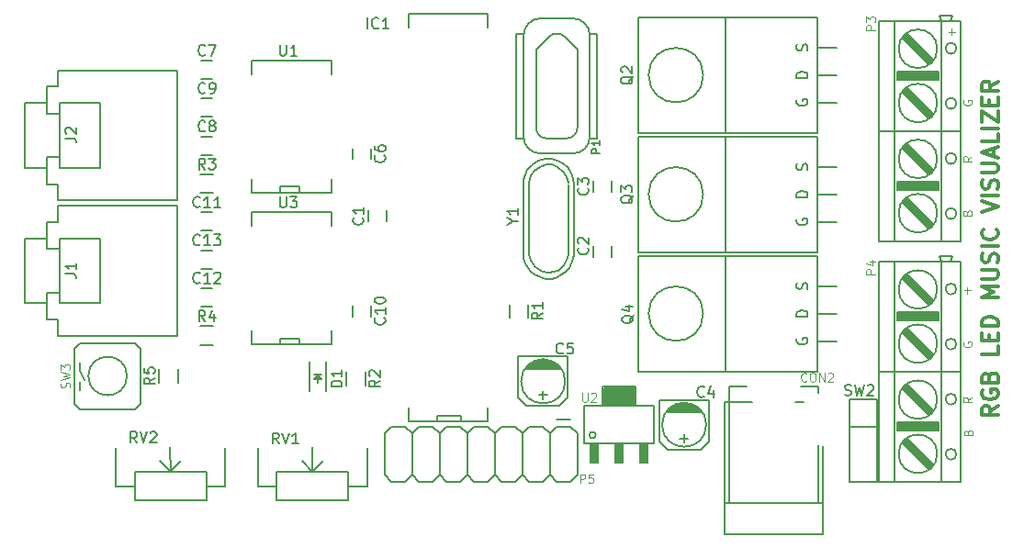
<source format=gto>
G04 #@! TF.FileFunction,Legend,Top*
%FSLAX46Y46*%
G04 Gerber Fmt 4.6, Leading zero omitted, Abs format (unit mm)*
G04 Created by KiCad (PCBNEW (2015-10-25 BZR 6279, Git c721c21)-product) date Mon 02 Nov 2015 02:23:49 PM PST*
%MOMM*%
G01*
G04 APERTURE LIST*
%ADD10C,0.100000*%
%ADD11C,0.300000*%
%ADD12C,0.150000*%
%ADD13C,0.127000*%
%ADD14C,0.381000*%
%ADD15C,0.076200*%
G04 APERTURE END LIST*
D10*
D11*
X122178571Y-71250000D02*
X121464286Y-71750000D01*
X122178571Y-72107143D02*
X120678571Y-72107143D01*
X120678571Y-71535715D01*
X120750000Y-71392857D01*
X120821429Y-71321429D01*
X120964286Y-71250000D01*
X121178571Y-71250000D01*
X121321429Y-71321429D01*
X121392857Y-71392857D01*
X121464286Y-71535715D01*
X121464286Y-72107143D01*
X120750000Y-69821429D02*
X120678571Y-69964286D01*
X120678571Y-70178572D01*
X120750000Y-70392857D01*
X120892857Y-70535715D01*
X121035714Y-70607143D01*
X121321429Y-70678572D01*
X121535714Y-70678572D01*
X121821429Y-70607143D01*
X121964286Y-70535715D01*
X122107143Y-70392857D01*
X122178571Y-70178572D01*
X122178571Y-70035715D01*
X122107143Y-69821429D01*
X122035714Y-69750000D01*
X121535714Y-69750000D01*
X121535714Y-70035715D01*
X121392857Y-68607143D02*
X121464286Y-68392857D01*
X121535714Y-68321429D01*
X121678571Y-68250000D01*
X121892857Y-68250000D01*
X122035714Y-68321429D01*
X122107143Y-68392857D01*
X122178571Y-68535715D01*
X122178571Y-69107143D01*
X120678571Y-69107143D01*
X120678571Y-68607143D01*
X120750000Y-68464286D01*
X120821429Y-68392857D01*
X120964286Y-68321429D01*
X121107143Y-68321429D01*
X121250000Y-68392857D01*
X121321429Y-68464286D01*
X121392857Y-68607143D01*
X121392857Y-69107143D01*
X122178571Y-65750000D02*
X122178571Y-66464286D01*
X120678571Y-66464286D01*
X121392857Y-65250000D02*
X121392857Y-64750000D01*
X122178571Y-64535714D02*
X122178571Y-65250000D01*
X120678571Y-65250000D01*
X120678571Y-64535714D01*
X122178571Y-63892857D02*
X120678571Y-63892857D01*
X120678571Y-63535714D01*
X120750000Y-63321429D01*
X120892857Y-63178571D01*
X121035714Y-63107143D01*
X121321429Y-63035714D01*
X121535714Y-63035714D01*
X121821429Y-63107143D01*
X121964286Y-63178571D01*
X122107143Y-63321429D01*
X122178571Y-63535714D01*
X122178571Y-63892857D01*
X122178571Y-61250000D02*
X120678571Y-61250000D01*
X121750000Y-60750000D01*
X120678571Y-60250000D01*
X122178571Y-60250000D01*
X120678571Y-59535714D02*
X121892857Y-59535714D01*
X122035714Y-59464286D01*
X122107143Y-59392857D01*
X122178571Y-59250000D01*
X122178571Y-58964286D01*
X122107143Y-58821428D01*
X122035714Y-58750000D01*
X121892857Y-58678571D01*
X120678571Y-58678571D01*
X122107143Y-58035714D02*
X122178571Y-57821428D01*
X122178571Y-57464285D01*
X122107143Y-57321428D01*
X122035714Y-57249999D01*
X121892857Y-57178571D01*
X121750000Y-57178571D01*
X121607143Y-57249999D01*
X121535714Y-57321428D01*
X121464286Y-57464285D01*
X121392857Y-57749999D01*
X121321429Y-57892857D01*
X121250000Y-57964285D01*
X121107143Y-58035714D01*
X120964286Y-58035714D01*
X120821429Y-57964285D01*
X120750000Y-57892857D01*
X120678571Y-57749999D01*
X120678571Y-57392857D01*
X120750000Y-57178571D01*
X122178571Y-56535714D02*
X120678571Y-56535714D01*
X122035714Y-54964285D02*
X122107143Y-55035714D01*
X122178571Y-55250000D01*
X122178571Y-55392857D01*
X122107143Y-55607142D01*
X121964286Y-55750000D01*
X121821429Y-55821428D01*
X121535714Y-55892857D01*
X121321429Y-55892857D01*
X121035714Y-55821428D01*
X120892857Y-55750000D01*
X120750000Y-55607142D01*
X120678571Y-55392857D01*
X120678571Y-55250000D01*
X120750000Y-55035714D01*
X120821429Y-54964285D01*
X120678571Y-53392857D02*
X122178571Y-52892857D01*
X120678571Y-52392857D01*
X122178571Y-51892857D02*
X120678571Y-51892857D01*
X122107143Y-51250000D02*
X122178571Y-51035714D01*
X122178571Y-50678571D01*
X122107143Y-50535714D01*
X122035714Y-50464285D01*
X121892857Y-50392857D01*
X121750000Y-50392857D01*
X121607143Y-50464285D01*
X121535714Y-50535714D01*
X121464286Y-50678571D01*
X121392857Y-50964285D01*
X121321429Y-51107143D01*
X121250000Y-51178571D01*
X121107143Y-51250000D01*
X120964286Y-51250000D01*
X120821429Y-51178571D01*
X120750000Y-51107143D01*
X120678571Y-50964285D01*
X120678571Y-50607143D01*
X120750000Y-50392857D01*
X120678571Y-49750000D02*
X121892857Y-49750000D01*
X122035714Y-49678572D01*
X122107143Y-49607143D01*
X122178571Y-49464286D01*
X122178571Y-49178572D01*
X122107143Y-49035714D01*
X122035714Y-48964286D01*
X121892857Y-48892857D01*
X120678571Y-48892857D01*
X121750000Y-48250000D02*
X121750000Y-47535714D01*
X122178571Y-48392857D02*
X120678571Y-47892857D01*
X122178571Y-47392857D01*
X122178571Y-46178571D02*
X122178571Y-46892857D01*
X120678571Y-46892857D01*
X122178571Y-45678571D02*
X120678571Y-45678571D01*
X120678571Y-45107142D02*
X120678571Y-44107142D01*
X122178571Y-45107142D01*
X122178571Y-44107142D01*
X121392857Y-43535714D02*
X121392857Y-43035714D01*
X122178571Y-42821428D02*
X122178571Y-43535714D01*
X120678571Y-43535714D01*
X120678571Y-42821428D01*
X122178571Y-41321428D02*
X121464286Y-41821428D01*
X122178571Y-42178571D02*
X120678571Y-42178571D01*
X120678571Y-41607143D01*
X120750000Y-41464285D01*
X120821429Y-41392857D01*
X120964286Y-41321428D01*
X121178571Y-41321428D01*
X121321429Y-41392857D01*
X121392857Y-41464285D01*
X121464286Y-41607143D01*
X121464286Y-42178571D01*
D12*
X72700000Y-72700000D02*
X72700000Y-72200000D01*
X72700000Y-72200000D02*
X70450000Y-72200000D01*
X70450000Y-72200000D02*
X70450000Y-72700000D01*
X75165000Y-72695000D02*
X75165000Y-71425000D01*
X67815000Y-72695000D02*
X67815000Y-71425000D01*
X67815000Y-35085000D02*
X67815000Y-36355000D01*
X75165000Y-35085000D02*
X75165000Y-36355000D01*
X75165000Y-72695000D02*
X67815000Y-72695000D01*
X75165000Y-35085000D02*
X67815000Y-35085000D01*
X86600000Y-51500000D02*
X86600000Y-50500000D01*
X84900000Y-50500000D02*
X84900000Y-51500000D01*
X44825000Y-69100000D02*
X44825000Y-67900000D01*
X46575000Y-67900000D02*
X46575000Y-69100000D01*
D13*
X88250000Y-70050000D02*
X88250000Y-70750000D01*
X88250000Y-70750000D02*
X86250000Y-70750000D01*
X86250000Y-70750000D02*
X86250000Y-70100000D01*
X86250000Y-70100000D02*
X88150000Y-70100000D01*
X88150000Y-70100000D02*
X88150000Y-70650000D01*
X88150000Y-70650000D02*
X86350000Y-70650000D01*
X86350000Y-70650000D02*
X86350000Y-70200000D01*
X86350000Y-70200000D02*
X88050000Y-70200000D01*
X88050000Y-70200000D02*
X88050000Y-70550000D01*
X88050000Y-70550000D02*
X86450000Y-70550000D01*
X86450000Y-70550000D02*
X86450000Y-70300000D01*
X86450000Y-70300000D02*
X87950000Y-70300000D01*
X87950000Y-70300000D02*
X87950000Y-70450000D01*
X87950000Y-70450000D02*
X86550000Y-70450000D01*
X86550000Y-70450000D02*
X86550000Y-70400000D01*
X86550000Y-70400000D02*
X87850000Y-70400000D01*
X85850000Y-69600000D02*
X88650000Y-69600000D01*
X88650000Y-69600000D02*
X88650000Y-71150000D01*
X88650000Y-71150000D02*
X85850000Y-71150000D01*
X85850000Y-71150000D02*
X85850000Y-69700000D01*
X85850000Y-69700000D02*
X88550000Y-69700000D01*
X88550000Y-69700000D02*
X88550000Y-71050000D01*
X88550000Y-71050000D02*
X85950000Y-71050000D01*
X85950000Y-71050000D02*
X85950000Y-69800000D01*
X85950000Y-69800000D02*
X88450000Y-69800000D01*
X88450000Y-69800000D02*
X88450000Y-70950000D01*
X88450000Y-70950000D02*
X86050000Y-70950000D01*
X86050000Y-70950000D02*
X86050000Y-69900000D01*
X86050000Y-69900000D02*
X88350000Y-69900000D01*
X88350000Y-69900000D02*
X88350000Y-70850000D01*
X88350000Y-70850000D02*
X86150000Y-70850000D01*
X86150000Y-70850000D02*
X86150000Y-70000000D01*
X86150000Y-70000000D02*
X88250000Y-70000000D01*
X89300000Y-74850000D02*
X89800000Y-74850000D01*
X89800000Y-74850000D02*
X89800000Y-76400000D01*
X89800000Y-76400000D02*
X89300000Y-76400000D01*
X89300000Y-76400000D02*
X89300000Y-74950000D01*
X89300000Y-74950000D02*
X89700000Y-74950000D01*
X89700000Y-74950000D02*
X89700000Y-76300000D01*
X89700000Y-76300000D02*
X89400000Y-76300000D01*
X89400000Y-76300000D02*
X89400000Y-75050000D01*
X89400000Y-75050000D02*
X89600000Y-75050000D01*
X89600000Y-75050000D02*
X89600000Y-76200000D01*
X89600000Y-76200000D02*
X89500000Y-76200000D01*
X89500000Y-76200000D02*
X89500000Y-75150000D01*
X87000000Y-74850000D02*
X87500000Y-74850000D01*
X87500000Y-74850000D02*
X87500000Y-76400000D01*
X87500000Y-76400000D02*
X87000000Y-76400000D01*
X87000000Y-76400000D02*
X87000000Y-74950000D01*
X87000000Y-74950000D02*
X87400000Y-74950000D01*
X87400000Y-74950000D02*
X87400000Y-76300000D01*
X87400000Y-76300000D02*
X87100000Y-76300000D01*
X87100000Y-76300000D02*
X87100000Y-75050000D01*
X87100000Y-75050000D02*
X87300000Y-75050000D01*
X87300000Y-75050000D02*
X87300000Y-76200000D01*
X87300000Y-76200000D02*
X87200000Y-76200000D01*
X87200000Y-76200000D02*
X87200000Y-75150000D01*
X84700000Y-74850000D02*
X85200000Y-74850000D01*
X85200000Y-74850000D02*
X85200000Y-76400000D01*
X85200000Y-76400000D02*
X84700000Y-76400000D01*
X84700000Y-76400000D02*
X84700000Y-74950000D01*
X84700000Y-74950000D02*
X85100000Y-74950000D01*
X85100000Y-74950000D02*
X85100000Y-76300000D01*
X85100000Y-76300000D02*
X84800000Y-76300000D01*
X84800000Y-76300000D02*
X84800000Y-75050000D01*
X84800000Y-75050000D02*
X85000000Y-75050000D01*
X85000000Y-75050000D02*
X85000000Y-76200000D01*
X85000000Y-76200000D02*
X84900000Y-76200000D01*
X84900000Y-76200000D02*
X84900000Y-75150000D01*
X85300000Y-76500000D02*
X85300000Y-74750000D01*
X84600000Y-76500000D02*
X85300000Y-76500000D01*
X84600000Y-74750000D02*
X84600000Y-76500000D01*
X89900000Y-76500000D02*
X89900000Y-74750000D01*
X89200000Y-76500000D02*
X89900000Y-76500000D01*
X89200000Y-74750000D02*
X89200000Y-76500000D01*
X86900000Y-74750000D02*
X86900000Y-76500000D01*
X86900000Y-76500000D02*
X87600000Y-76500000D01*
X87600000Y-76500000D02*
X87600000Y-74750000D01*
X88750000Y-71250000D02*
X88750000Y-69500000D01*
X88750000Y-69500000D02*
X85750000Y-69500000D01*
X85750000Y-69500000D02*
X85750000Y-71250000D01*
X85100000Y-73950000D02*
G75*
G03X85100000Y-73950000I-300000J0D01*
G01*
X84000000Y-71250000D02*
X90500000Y-71250000D01*
X90500000Y-71250000D02*
X90500000Y-74750000D01*
X90500000Y-74750000D02*
X84000000Y-74750000D01*
X84000000Y-74750000D02*
X84000000Y-71250000D01*
D12*
X65850000Y-54250000D02*
X65850000Y-53250000D01*
X64150000Y-53250000D02*
X64150000Y-54250000D01*
X86600000Y-57500000D02*
X86600000Y-56500000D01*
X84900000Y-56500000D02*
X84900000Y-57500000D01*
X93250000Y-74651000D02*
X93250000Y-73889000D01*
X93631000Y-74270000D02*
X92869000Y-74270000D01*
X90964000Y-74524000D02*
X90964000Y-70714000D01*
X94774000Y-75286000D02*
X91726000Y-75286000D01*
X90964000Y-74524000D02*
X91726000Y-75286000D01*
X95536000Y-74524000D02*
X95536000Y-70714000D01*
X95536000Y-74524000D02*
X94774000Y-75286000D01*
X93123000Y-70968000D02*
X93377000Y-70968000D01*
X93885000Y-71095000D02*
X92615000Y-71095000D01*
X92361000Y-71222000D02*
X94139000Y-71222000D01*
X92107000Y-71349000D02*
X94393000Y-71349000D01*
X94520000Y-71476000D02*
X91980000Y-71476000D01*
X91853000Y-71603000D02*
X94647000Y-71603000D01*
X94774000Y-71730000D02*
X91726000Y-71730000D01*
X94901000Y-71857000D02*
X91599000Y-71857000D01*
X95536000Y-70714000D02*
X90964000Y-70714000D01*
X95282000Y-73000000D02*
G75*
G03X95282000Y-73000000I-2032000J0D01*
G01*
X80250000Y-70651000D02*
X80250000Y-69889000D01*
X80631000Y-70270000D02*
X79869000Y-70270000D01*
X77964000Y-70524000D02*
X77964000Y-66714000D01*
X81774000Y-71286000D02*
X78726000Y-71286000D01*
X77964000Y-70524000D02*
X78726000Y-71286000D01*
X82536000Y-70524000D02*
X82536000Y-66714000D01*
X82536000Y-70524000D02*
X81774000Y-71286000D01*
X80123000Y-66968000D02*
X80377000Y-66968000D01*
X80885000Y-67095000D02*
X79615000Y-67095000D01*
X79361000Y-67222000D02*
X81139000Y-67222000D01*
X79107000Y-67349000D02*
X81393000Y-67349000D01*
X81520000Y-67476000D02*
X78980000Y-67476000D01*
X78853000Y-67603000D02*
X81647000Y-67603000D01*
X81774000Y-67730000D02*
X78726000Y-67730000D01*
X81901000Y-67857000D02*
X78599000Y-67857000D01*
X82536000Y-66714000D02*
X77964000Y-66714000D01*
X82282000Y-69000000D02*
G75*
G03X82282000Y-69000000I-2032000J0D01*
G01*
X62650000Y-47500000D02*
X62650000Y-48500000D01*
X64350000Y-48500000D02*
X64350000Y-47500000D01*
X48750000Y-41100000D02*
X49750000Y-41100000D01*
X49750000Y-39400000D02*
X48750000Y-39400000D01*
X49750000Y-46400000D02*
X48750000Y-46400000D01*
X48750000Y-48100000D02*
X49750000Y-48100000D01*
X48750000Y-44600000D02*
X49750000Y-44600000D01*
X49750000Y-42900000D02*
X48750000Y-42900000D01*
X62650000Y-62000000D02*
X62650000Y-63000000D01*
X64350000Y-63000000D02*
X64350000Y-62000000D01*
X48750000Y-55100000D02*
X49750000Y-55100000D01*
X49750000Y-53400000D02*
X48750000Y-53400000D01*
X49750000Y-60400000D02*
X48750000Y-60400000D01*
X48750000Y-62100000D02*
X49750000Y-62100000D01*
X48750000Y-58600000D02*
X49750000Y-58600000D01*
X49750000Y-56900000D02*
X48750000Y-56900000D01*
D13*
X105600000Y-80200000D02*
X105600000Y-74900000D01*
X106000000Y-80200000D02*
X106000000Y-75000000D01*
X103500000Y-70900000D02*
X104300000Y-70900000D01*
X105600000Y-69500000D02*
X105600000Y-70100000D01*
X105600000Y-69500000D02*
X104000000Y-69500000D01*
X97400000Y-70900000D02*
X99500000Y-70900000D01*
X106000000Y-83100000D02*
X106000000Y-80200000D01*
X97000000Y-83100000D02*
X97000000Y-80200000D01*
X97000000Y-70900000D02*
X97000000Y-80200000D01*
X97400000Y-69500000D02*
X99000000Y-69500000D01*
X97400000Y-70900000D02*
X97400000Y-69500000D01*
X97400000Y-80200000D02*
X97400000Y-70900000D01*
X97400000Y-70900000D02*
X97000000Y-70900000D01*
X97000000Y-80200000D02*
X106000000Y-80200000D01*
X97000000Y-83100000D02*
X106000000Y-83100000D01*
D12*
X58750000Y-67150000D02*
X58750000Y-69850000D01*
X60250000Y-67150000D02*
X60250000Y-69850000D01*
X59350000Y-68650000D02*
X59600000Y-68650000D01*
X59600000Y-68650000D02*
X59450000Y-68500000D01*
X59850000Y-68400000D02*
X59150000Y-68400000D01*
X59500000Y-68750000D02*
X59500000Y-69100000D01*
X59500000Y-68400000D02*
X59850000Y-68750000D01*
X59850000Y-68750000D02*
X59150000Y-68750000D01*
X59150000Y-68750000D02*
X59500000Y-68400000D01*
D13*
X77766200Y-46576000D02*
X77766200Y-36924000D01*
X78452000Y-46449000D02*
X78452000Y-37051000D01*
X79595000Y-45623500D02*
X79595000Y-38397200D01*
X83405000Y-45623500D02*
X83405000Y-38397200D01*
X84548000Y-46449000D02*
X84548000Y-37051000D01*
X85233800Y-46576000D02*
X85233800Y-36924000D01*
X80776100Y-37216100D02*
X79595000Y-38397200D01*
X82223900Y-37216100D02*
X83405000Y-38397200D01*
X82223900Y-37216100D02*
G75*
G03X80776100Y-37216100I-723900J-723900D01*
G01*
X77766200Y-46576000D02*
X78452000Y-46576000D01*
X77766200Y-36924000D02*
X78452000Y-36924000D01*
X85233800Y-46576000D02*
X84548000Y-46576000D01*
X85233800Y-36924000D02*
X84548000Y-36924000D01*
X82452500Y-46576000D02*
X80547500Y-46576000D01*
X79595000Y-45623500D02*
G75*
G03X80547500Y-46576000I952500J0D01*
G01*
X82452500Y-46576000D02*
G75*
G03X83405000Y-45623500I0J952500D01*
G01*
X83024000Y-47973000D02*
X79976000Y-47973000D01*
X79976000Y-35527000D02*
X83024000Y-35527000D01*
X83024000Y-47973000D02*
G75*
G03X84548000Y-46449000I0J1524000D01*
G01*
X78452000Y-46449000D02*
G75*
G03X79976000Y-47973000I1524000J0D01*
G01*
X79976000Y-35527000D02*
G75*
G03X78452000Y-37051000I0J-1524000D01*
G01*
X84548000Y-37051000D02*
G75*
G03X83024000Y-35527000I-1524000J0D01*
G01*
D12*
X78875000Y-61900000D02*
X78875000Y-63100000D01*
X77125000Y-63100000D02*
X77125000Y-61900000D01*
X62125000Y-69350000D02*
X62125000Y-68150000D01*
X63875000Y-68150000D02*
X63875000Y-69350000D01*
X48650000Y-49875000D02*
X49850000Y-49875000D01*
X49850000Y-51625000D02*
X48650000Y-51625000D01*
X48650000Y-63875000D02*
X49850000Y-63875000D01*
X49850000Y-65625000D02*
X48650000Y-65625000D01*
X53949220Y-78699100D02*
X53949220Y-75150720D01*
X55699280Y-78699100D02*
X53949220Y-78699100D01*
X62298200Y-78699100D02*
X64048260Y-78699100D01*
X64048260Y-78699100D02*
X64048260Y-75099920D01*
X58998740Y-77299560D02*
X58947940Y-75049120D01*
X58998740Y-77299560D02*
X58048780Y-76298800D01*
X58947940Y-77299560D02*
X59948700Y-76349600D01*
X62298200Y-77299560D02*
X62298200Y-79999580D01*
X62298200Y-79999580D02*
X55699280Y-79999580D01*
X55699280Y-79999580D02*
X55699280Y-77299560D01*
X55699280Y-77299560D02*
X62298200Y-77299560D01*
X108480000Y-70690000D02*
X111020000Y-70690000D01*
X111020000Y-70690000D02*
X111020000Y-78310000D01*
X111020000Y-78310000D02*
X108480000Y-78310000D01*
X108480000Y-78310000D02*
X108480000Y-70690000D01*
X111020000Y-73230000D02*
X108480000Y-73230000D01*
D13*
X117975000Y-57432000D02*
X117848000Y-57940000D01*
X116832000Y-57432000D02*
X117975000Y-57432000D01*
X116959000Y-57940000D02*
X116832000Y-57432000D01*
X112895000Y-72799000D02*
X116705000Y-72799000D01*
X112895000Y-73561000D02*
X112895000Y-72799000D01*
X116705000Y-73561000D02*
X112895000Y-73561000D01*
X116705000Y-72799000D02*
X116705000Y-73561000D01*
X116705000Y-72926000D02*
X112895000Y-72926000D01*
X116705000Y-73053000D02*
X112895000Y-73053000D01*
X116705000Y-73180000D02*
X112895000Y-73180000D01*
X116705000Y-73307000D02*
X112895000Y-73307000D01*
X116705000Y-73434000D02*
X112895000Y-73434000D01*
X112641000Y-68100000D02*
X116959000Y-68100000D01*
X112641000Y-78260000D02*
X112641000Y-68100000D01*
X116959000Y-78260000D02*
X112641000Y-78260000D01*
X116959000Y-68100000D02*
X116959000Y-78260000D01*
X116578000Y-70680000D02*
G75*
G03X116578000Y-70680000I-1778000J0D01*
G01*
D14*
X113657000Y-69537000D02*
X115943000Y-71823000D01*
X115816000Y-71950000D02*
X113530000Y-69664000D01*
X113784000Y-69410000D02*
X116070000Y-71696000D01*
X113784000Y-74410000D02*
X116070000Y-76696000D01*
X115816000Y-76950000D02*
X113530000Y-74664000D01*
X113657000Y-74537000D02*
X115943000Y-76823000D01*
D13*
X116578000Y-75680000D02*
G75*
G03X116578000Y-75680000I-1778000J0D01*
G01*
X111244000Y-78260000D02*
X112641000Y-78260000D01*
X111244000Y-68100000D02*
X111244000Y-78260000D01*
X112641000Y-68100000D02*
X111244000Y-68100000D01*
X118737000Y-78260000D02*
X116959000Y-78260000D01*
X118737000Y-68100000D02*
X118737000Y-78260000D01*
X116959000Y-68100000D02*
X118737000Y-68100000D01*
X118356000Y-70640000D02*
G75*
G03X118356000Y-70640000I-508000J0D01*
G01*
X118356000Y-75720000D02*
G75*
G03X118356000Y-75720000I-508000J0D01*
G01*
X118356000Y-65560000D02*
G75*
G03X118356000Y-65560000I-508000J0D01*
G01*
X118356000Y-60480000D02*
G75*
G03X118356000Y-60480000I-508000J0D01*
G01*
X116959000Y-57940000D02*
X118737000Y-57940000D01*
X118737000Y-57940000D02*
X118737000Y-68100000D01*
X118737000Y-68100000D02*
X116959000Y-68100000D01*
X112641000Y-57940000D02*
X111244000Y-57940000D01*
X111244000Y-57940000D02*
X111244000Y-68100000D01*
X111244000Y-68100000D02*
X112641000Y-68100000D01*
X116578000Y-65520000D02*
G75*
G03X116578000Y-65520000I-1778000J0D01*
G01*
D14*
X113657000Y-64377000D02*
X115943000Y-66663000D01*
X115816000Y-66790000D02*
X113530000Y-64504000D01*
X113784000Y-64250000D02*
X116070000Y-66536000D01*
X113784000Y-59250000D02*
X116070000Y-61536000D01*
X115816000Y-61790000D02*
X113530000Y-59504000D01*
X113657000Y-59377000D02*
X115943000Y-61663000D01*
D13*
X116578000Y-60520000D02*
G75*
G03X116578000Y-60520000I-1778000J0D01*
G01*
X116959000Y-57940000D02*
X116959000Y-68100000D01*
X116959000Y-68100000D02*
X112641000Y-68100000D01*
X112641000Y-68100000D02*
X112641000Y-57940000D01*
X112641000Y-57940000D02*
X116959000Y-57940000D01*
X116705000Y-63274000D02*
X112895000Y-63274000D01*
X116705000Y-63147000D02*
X112895000Y-63147000D01*
X116705000Y-63020000D02*
X112895000Y-63020000D01*
X116705000Y-62893000D02*
X112895000Y-62893000D01*
X116705000Y-62766000D02*
X112895000Y-62766000D01*
X116705000Y-62639000D02*
X116705000Y-63401000D01*
X116705000Y-63401000D02*
X112895000Y-63401000D01*
X112895000Y-63401000D02*
X112895000Y-62639000D01*
X112895000Y-62639000D02*
X116705000Y-62639000D01*
D12*
X81750760Y-58699000D02*
X81349440Y-58899660D01*
X81349440Y-58899660D02*
X80750000Y-59001260D01*
X80750000Y-59001260D02*
X80249620Y-58899660D01*
X80249620Y-58899660D02*
X79551120Y-58500880D01*
X79551120Y-58500880D02*
X79149800Y-57898900D01*
X79149800Y-57898900D02*
X78949140Y-57299460D01*
X78949140Y-57299460D02*
X78949140Y-50700540D01*
X78949140Y-50700540D02*
X79149800Y-49999500D01*
X79149800Y-49999500D02*
X79449520Y-49600720D01*
X79449520Y-49600720D02*
X79949900Y-49199400D01*
X79949900Y-49199400D02*
X80549340Y-48998740D01*
X80549340Y-48998740D02*
X81049720Y-48998740D01*
X81049720Y-48998740D02*
X81550100Y-49199400D01*
X81550100Y-49199400D02*
X82149540Y-49699780D01*
X82149540Y-49699780D02*
X82449260Y-50200160D01*
X82449260Y-50200160D02*
X82550860Y-50700540D01*
X82550860Y-50799600D02*
X82550860Y-57401060D01*
X82550860Y-57401060D02*
X82449260Y-57799840D01*
X82449260Y-57799840D02*
X82149540Y-58300220D01*
X82149540Y-58300220D02*
X81649160Y-58800600D01*
X83079180Y-50809760D02*
X83030920Y-50350020D01*
X83030920Y-50350020D02*
X82919160Y-49951240D01*
X82919160Y-49951240D02*
X82700720Y-49519440D01*
X82700720Y-49519440D02*
X82469580Y-49229880D01*
X82469580Y-49229880D02*
X82119060Y-48899680D01*
X82119060Y-48899680D02*
X81580580Y-48610120D01*
X81580580Y-48610120D02*
X80981140Y-48480580D01*
X80981140Y-48480580D02*
X80470600Y-48480580D01*
X80470600Y-48480580D02*
X79769560Y-48650760D01*
X79769560Y-48650760D02*
X79180280Y-49049540D01*
X79180280Y-49049540D02*
X78809440Y-49509280D01*
X78809440Y-49509280D02*
X78601160Y-49930920D01*
X78601160Y-49930920D02*
X78441140Y-50380500D01*
X78441140Y-50380500D02*
X78410660Y-50819920D01*
X78629100Y-58160520D02*
X78850080Y-58538980D01*
X78850080Y-58538980D02*
X79129480Y-58859020D01*
X79129480Y-58859020D02*
X79459680Y-59110480D01*
X79459680Y-59110480D02*
X80010860Y-59410200D01*
X80010860Y-59410200D02*
X80480760Y-59519420D01*
X80480760Y-59519420D02*
X80940500Y-59539740D01*
X80940500Y-59539740D02*
X81400240Y-59450840D01*
X81400240Y-59450840D02*
X81849820Y-59260340D01*
X81849820Y-59260340D02*
X82319720Y-58899660D01*
X82319720Y-58899660D02*
X82639760Y-58549140D01*
X82639760Y-58549140D02*
X82870900Y-58160520D01*
X82870900Y-58160520D02*
X83010600Y-57731260D01*
X83010600Y-57731260D02*
X83079180Y-57289300D01*
X78420820Y-50799600D02*
X78420820Y-57251200D01*
X78420820Y-57251200D02*
X78458920Y-57670300D01*
X78458920Y-57670300D02*
X78629100Y-58160520D01*
X83079180Y-50799600D02*
X83079180Y-57251200D01*
X40849220Y-78699100D02*
X40849220Y-75150720D01*
X42599280Y-78699100D02*
X40849220Y-78699100D01*
X49198200Y-78699100D02*
X50948260Y-78699100D01*
X50948260Y-78699100D02*
X50948260Y-75099920D01*
X45898740Y-77299560D02*
X45847940Y-75049120D01*
X45898740Y-77299560D02*
X44948780Y-76298800D01*
X45847940Y-77299560D02*
X46848700Y-76349600D01*
X49198200Y-77299560D02*
X49198200Y-79999580D01*
X49198200Y-79999580D02*
X42599280Y-79999580D01*
X42599280Y-79999580D02*
X42599280Y-77299560D01*
X42599280Y-77299560D02*
X49198200Y-77299560D01*
D13*
X37560000Y-67992000D02*
X37941000Y-68881000D01*
X37560000Y-69770000D02*
X37560000Y-69008000D01*
X37560000Y-67230000D02*
X37560000Y-67992000D01*
X37560000Y-65452000D02*
X42640000Y-65452000D01*
X42640000Y-65452000D02*
X43148000Y-65960000D01*
X43148000Y-65960000D02*
X43148000Y-71040000D01*
X43148000Y-71040000D02*
X42640000Y-71548000D01*
X42640000Y-71548000D02*
X37560000Y-71548000D01*
X37560000Y-71548000D02*
X37052000Y-71040000D01*
X37052000Y-71040000D02*
X37052000Y-65960000D01*
X37052000Y-65960000D02*
X37560000Y-65452000D01*
X41878000Y-68500000D02*
G75*
G03X41878000Y-68500000I-1778000J0D01*
G01*
X117975000Y-35232000D02*
X117848000Y-35740000D01*
X116832000Y-35232000D02*
X117975000Y-35232000D01*
X116959000Y-35740000D02*
X116832000Y-35232000D01*
X112895000Y-50599000D02*
X116705000Y-50599000D01*
X112895000Y-51361000D02*
X112895000Y-50599000D01*
X116705000Y-51361000D02*
X112895000Y-51361000D01*
X116705000Y-50599000D02*
X116705000Y-51361000D01*
X116705000Y-50726000D02*
X112895000Y-50726000D01*
X116705000Y-50853000D02*
X112895000Y-50853000D01*
X116705000Y-50980000D02*
X112895000Y-50980000D01*
X116705000Y-51107000D02*
X112895000Y-51107000D01*
X116705000Y-51234000D02*
X112895000Y-51234000D01*
X112641000Y-45900000D02*
X116959000Y-45900000D01*
X112641000Y-56060000D02*
X112641000Y-45900000D01*
X116959000Y-56060000D02*
X112641000Y-56060000D01*
X116959000Y-45900000D02*
X116959000Y-56060000D01*
X116578000Y-48480000D02*
G75*
G03X116578000Y-48480000I-1778000J0D01*
G01*
D14*
X113657000Y-47337000D02*
X115943000Y-49623000D01*
X115816000Y-49750000D02*
X113530000Y-47464000D01*
X113784000Y-47210000D02*
X116070000Y-49496000D01*
X113784000Y-52210000D02*
X116070000Y-54496000D01*
X115816000Y-54750000D02*
X113530000Y-52464000D01*
X113657000Y-52337000D02*
X115943000Y-54623000D01*
D13*
X116578000Y-53480000D02*
G75*
G03X116578000Y-53480000I-1778000J0D01*
G01*
X111244000Y-56060000D02*
X112641000Y-56060000D01*
X111244000Y-45900000D02*
X111244000Y-56060000D01*
X112641000Y-45900000D02*
X111244000Y-45900000D01*
X118737000Y-56060000D02*
X116959000Y-56060000D01*
X118737000Y-45900000D02*
X118737000Y-56060000D01*
X116959000Y-45900000D02*
X118737000Y-45900000D01*
X118356000Y-48440000D02*
G75*
G03X118356000Y-48440000I-508000J0D01*
G01*
X118356000Y-53520000D02*
G75*
G03X118356000Y-53520000I-508000J0D01*
G01*
X118356000Y-43360000D02*
G75*
G03X118356000Y-43360000I-508000J0D01*
G01*
X118356000Y-38280000D02*
G75*
G03X118356000Y-38280000I-508000J0D01*
G01*
X116959000Y-35740000D02*
X118737000Y-35740000D01*
X118737000Y-35740000D02*
X118737000Y-45900000D01*
X118737000Y-45900000D02*
X116959000Y-45900000D01*
X112641000Y-35740000D02*
X111244000Y-35740000D01*
X111244000Y-35740000D02*
X111244000Y-45900000D01*
X111244000Y-45900000D02*
X112641000Y-45900000D01*
X116578000Y-43320000D02*
G75*
G03X116578000Y-43320000I-1778000J0D01*
G01*
D14*
X113657000Y-42177000D02*
X115943000Y-44463000D01*
X115816000Y-44590000D02*
X113530000Y-42304000D01*
X113784000Y-42050000D02*
X116070000Y-44336000D01*
X113784000Y-37050000D02*
X116070000Y-39336000D01*
X115816000Y-39590000D02*
X113530000Y-37304000D01*
X113657000Y-37177000D02*
X115943000Y-39463000D01*
D13*
X116578000Y-38320000D02*
G75*
G03X116578000Y-38320000I-1778000J0D01*
G01*
X116959000Y-35740000D02*
X116959000Y-45900000D01*
X116959000Y-45900000D02*
X112641000Y-45900000D01*
X112641000Y-45900000D02*
X112641000Y-35740000D01*
X112641000Y-35740000D02*
X116959000Y-35740000D01*
X116705000Y-41074000D02*
X112895000Y-41074000D01*
X116705000Y-40947000D02*
X112895000Y-40947000D01*
X116705000Y-40820000D02*
X112895000Y-40820000D01*
X116705000Y-40693000D02*
X112895000Y-40693000D01*
X116705000Y-40566000D02*
X112895000Y-40566000D01*
X116705000Y-40439000D02*
X116705000Y-41201000D01*
X116705000Y-41201000D02*
X112895000Y-41201000D01*
X112895000Y-41201000D02*
X112895000Y-40439000D01*
X112895000Y-40439000D02*
X116705000Y-40439000D01*
X67515000Y-73160000D02*
X68150000Y-73795000D01*
X68150000Y-77605000D02*
X67515000Y-78240000D01*
X67515000Y-78240000D02*
X66245000Y-78240000D01*
X66245000Y-78240000D02*
X65610000Y-77605000D01*
X65610000Y-77605000D02*
X65610000Y-73795000D01*
X65610000Y-73795000D02*
X66245000Y-73160000D01*
X66245000Y-73160000D02*
X67515000Y-73160000D01*
X68785000Y-73160000D02*
X70055000Y-73160000D01*
X68150000Y-73795000D02*
X68785000Y-73160000D01*
X68150000Y-77605000D02*
X68150000Y-73795000D01*
X68785000Y-78240000D02*
X68150000Y-77605000D01*
X70055000Y-78240000D02*
X68785000Y-78240000D01*
X70690000Y-77605000D02*
X70055000Y-78240000D01*
X70055000Y-73160000D02*
X70690000Y-73795000D01*
X72595000Y-73160000D02*
X73230000Y-73795000D01*
X73230000Y-77605000D02*
X72595000Y-78240000D01*
X72595000Y-78240000D02*
X71325000Y-78240000D01*
X71325000Y-78240000D02*
X70690000Y-77605000D01*
X70690000Y-77605000D02*
X70690000Y-73795000D01*
X70690000Y-73795000D02*
X71325000Y-73160000D01*
X71325000Y-73160000D02*
X72595000Y-73160000D01*
X73865000Y-73160000D02*
X75135000Y-73160000D01*
X73230000Y-73795000D02*
X73865000Y-73160000D01*
X73230000Y-77605000D02*
X73230000Y-73795000D01*
X73865000Y-78240000D02*
X73230000Y-77605000D01*
X75135000Y-78240000D02*
X73865000Y-78240000D01*
X75770000Y-77605000D02*
X75135000Y-78240000D01*
X75135000Y-73160000D02*
X75770000Y-73795000D01*
X77675000Y-73160000D02*
X78310000Y-73795000D01*
X78310000Y-77605000D02*
X77675000Y-78240000D01*
X77675000Y-78240000D02*
X76405000Y-78240000D01*
X76405000Y-78240000D02*
X75770000Y-77605000D01*
X75770000Y-77605000D02*
X75770000Y-73795000D01*
X75770000Y-73795000D02*
X76405000Y-73160000D01*
X76405000Y-73160000D02*
X77675000Y-73160000D01*
X78945000Y-73160000D02*
X80215000Y-73160000D01*
X78310000Y-73795000D02*
X78945000Y-73160000D01*
X78310000Y-77605000D02*
X78310000Y-73795000D01*
X78945000Y-78240000D02*
X78310000Y-77605000D01*
X80215000Y-78240000D02*
X78945000Y-78240000D01*
X80850000Y-77605000D02*
X80215000Y-78240000D01*
X80215000Y-73160000D02*
X80850000Y-73795000D01*
X82755000Y-73160000D02*
X83390000Y-73795000D01*
X83390000Y-73795000D02*
X83390000Y-77605000D01*
X83390000Y-77605000D02*
X82755000Y-78240000D01*
X82755000Y-78240000D02*
X81485000Y-78240000D01*
X81485000Y-78240000D02*
X80850000Y-77605000D01*
X80850000Y-77605000D02*
X80850000Y-73795000D01*
X80850000Y-73795000D02*
X81485000Y-73160000D01*
X81485000Y-73160000D02*
X82755000Y-73160000D01*
X82755000Y-72525000D02*
X81485000Y-72525000D01*
D12*
X57800000Y-65050000D02*
X56000000Y-65050000D01*
X57800000Y-65600000D02*
X57800000Y-65050000D01*
X56000000Y-65050000D02*
X56000000Y-65600000D01*
X60715000Y-65595000D02*
X60715000Y-64325000D01*
X53365000Y-65595000D02*
X53365000Y-64325000D01*
X53365000Y-53385000D02*
X53365000Y-54655000D01*
X60715000Y-53385000D02*
X60715000Y-54655000D01*
X60715000Y-65595000D02*
X53365000Y-65595000D01*
X60715000Y-53385000D02*
X53365000Y-53385000D01*
X57800000Y-51050000D02*
X56000000Y-51050000D01*
X57800000Y-51600000D02*
X57800000Y-51050000D01*
X56000000Y-51050000D02*
X56000000Y-51600000D01*
X60715000Y-51595000D02*
X60715000Y-50325000D01*
X53365000Y-51595000D02*
X53365000Y-50325000D01*
X53365000Y-39385000D02*
X53365000Y-40655000D01*
X60715000Y-39385000D02*
X60715000Y-40655000D01*
X60715000Y-51595000D02*
X53365000Y-51595000D01*
X60715000Y-39385000D02*
X53365000Y-39385000D01*
X39400000Y-61800000D02*
X35700000Y-61800000D01*
X35700000Y-61800000D02*
X35700000Y-60800000D01*
X39400000Y-55800000D02*
X35700000Y-55800000D01*
X35700000Y-55800000D02*
X35700000Y-56800000D01*
X39400000Y-61800000D02*
X39400000Y-59550000D01*
X39400000Y-55800000D02*
X39400000Y-58100000D01*
X39400000Y-58050000D02*
X39400000Y-59550000D01*
X32500000Y-55800000D02*
X32500000Y-61800000D01*
X32500000Y-55800000D02*
X34500000Y-55800000D01*
X32500000Y-61800000D02*
X34500000Y-61800000D01*
X34500000Y-54300000D02*
X34500000Y-56800000D01*
X35500000Y-64800000D02*
X46500000Y-64800000D01*
X34500000Y-60800000D02*
X34500000Y-63300000D01*
X35500000Y-52800000D02*
X46500000Y-52800000D01*
X34500000Y-63300000D02*
X35500000Y-63300000D01*
X35500000Y-63300000D02*
X35500000Y-64800000D01*
X35500000Y-54300000D02*
X34500000Y-54300000D01*
X35500000Y-54300000D02*
X35500000Y-52800000D01*
X34500000Y-56800000D02*
X35700000Y-56800000D01*
X34500000Y-60800000D02*
X35700000Y-60800000D01*
X35700000Y-56800000D02*
X35700000Y-60800000D01*
X46500000Y-52800000D02*
X46500000Y-64800000D01*
X39400000Y-49300000D02*
X35700000Y-49300000D01*
X35700000Y-49300000D02*
X35700000Y-48300000D01*
X39400000Y-43300000D02*
X35700000Y-43300000D01*
X35700000Y-43300000D02*
X35700000Y-44300000D01*
X39400000Y-49300000D02*
X39400000Y-47050000D01*
X39400000Y-43300000D02*
X39400000Y-45600000D01*
X39400000Y-45550000D02*
X39400000Y-47050000D01*
X32500000Y-43300000D02*
X32500000Y-49300000D01*
X32500000Y-43300000D02*
X34500000Y-43300000D01*
X32500000Y-49300000D02*
X34500000Y-49300000D01*
X34500000Y-41800000D02*
X34500000Y-44300000D01*
X35500000Y-52300000D02*
X46500000Y-52300000D01*
X34500000Y-48300000D02*
X34500000Y-50800000D01*
X35500000Y-40300000D02*
X46500000Y-40300000D01*
X34500000Y-50800000D02*
X35500000Y-50800000D01*
X35500000Y-50800000D02*
X35500000Y-52300000D01*
X35500000Y-41800000D02*
X34500000Y-41800000D01*
X35500000Y-41800000D02*
X35500000Y-40300000D01*
X34500000Y-44300000D02*
X35700000Y-44300000D01*
X34500000Y-48300000D02*
X35700000Y-48300000D01*
X35700000Y-44300000D02*
X35700000Y-48300000D01*
X46500000Y-40300000D02*
X46500000Y-52300000D01*
X95000472Y-51750000D02*
G75*
G03X95000472Y-51750000I-2514472J0D01*
G01*
X105567000Y-54290000D02*
X107345000Y-54290000D01*
X105567000Y-51750000D02*
X107345000Y-51750000D01*
X105567000Y-49210000D02*
X107345000Y-49210000D01*
X97058000Y-46416000D02*
X89057000Y-46416000D01*
X89057000Y-46416000D02*
X89057000Y-57084000D01*
X89057000Y-57084000D02*
X97058000Y-57084000D01*
X105567000Y-46416000D02*
X97058000Y-46416000D01*
X97058000Y-46416000D02*
X97058000Y-57084000D01*
X97058000Y-57084000D02*
X105567000Y-57084000D01*
X105567000Y-51750000D02*
X105567000Y-57084000D01*
X105567000Y-51750000D02*
X105567000Y-46416000D01*
X95000472Y-62750000D02*
G75*
G03X95000472Y-62750000I-2514472J0D01*
G01*
X105567000Y-65290000D02*
X107345000Y-65290000D01*
X105567000Y-62750000D02*
X107345000Y-62750000D01*
X105567000Y-60210000D02*
X107345000Y-60210000D01*
X97058000Y-57416000D02*
X89057000Y-57416000D01*
X89057000Y-57416000D02*
X89057000Y-68084000D01*
X89057000Y-68084000D02*
X97058000Y-68084000D01*
X105567000Y-57416000D02*
X97058000Y-57416000D01*
X97058000Y-57416000D02*
X97058000Y-68084000D01*
X97058000Y-68084000D02*
X105567000Y-68084000D01*
X105567000Y-62750000D02*
X105567000Y-68084000D01*
X105567000Y-62750000D02*
X105567000Y-57416000D01*
X95000472Y-40750000D02*
G75*
G03X95000472Y-40750000I-2514472J0D01*
G01*
X105567000Y-43290000D02*
X107345000Y-43290000D01*
X105567000Y-40750000D02*
X107345000Y-40750000D01*
X105567000Y-38210000D02*
X107345000Y-38210000D01*
X97058000Y-35416000D02*
X89057000Y-35416000D01*
X89057000Y-35416000D02*
X89057000Y-46084000D01*
X89057000Y-46084000D02*
X97058000Y-46084000D01*
X105567000Y-35416000D02*
X97058000Y-35416000D01*
X97058000Y-35416000D02*
X97058000Y-46084000D01*
X97058000Y-46084000D02*
X105567000Y-46084000D01*
X105567000Y-40750000D02*
X105567000Y-46084000D01*
X105567000Y-40750000D02*
X105567000Y-35416000D01*
X64023810Y-36452381D02*
X64023810Y-35452381D01*
X65071429Y-36357143D02*
X65023810Y-36404762D01*
X64880953Y-36452381D01*
X64785715Y-36452381D01*
X64642857Y-36404762D01*
X64547619Y-36309524D01*
X64500000Y-36214286D01*
X64452381Y-36023810D01*
X64452381Y-35880952D01*
X64500000Y-35690476D01*
X64547619Y-35595238D01*
X64642857Y-35500000D01*
X64785715Y-35452381D01*
X64880953Y-35452381D01*
X65023810Y-35500000D01*
X65071429Y-35547619D01*
X66023810Y-36452381D02*
X65452381Y-36452381D01*
X65738095Y-36452381D02*
X65738095Y-35452381D01*
X65642857Y-35595238D01*
X65547619Y-35690476D01*
X65452381Y-35738095D01*
X84357143Y-51166666D02*
X84404762Y-51214285D01*
X84452381Y-51357142D01*
X84452381Y-51452380D01*
X84404762Y-51595238D01*
X84309524Y-51690476D01*
X84214286Y-51738095D01*
X84023810Y-51785714D01*
X83880952Y-51785714D01*
X83690476Y-51738095D01*
X83595238Y-51690476D01*
X83500000Y-51595238D01*
X83452381Y-51452380D01*
X83452381Y-51357142D01*
X83500000Y-51214285D01*
X83547619Y-51166666D01*
X83452381Y-50833333D02*
X83452381Y-50214285D01*
X83833333Y-50547619D01*
X83833333Y-50404761D01*
X83880952Y-50309523D01*
X83928571Y-50261904D01*
X84023810Y-50214285D01*
X84261905Y-50214285D01*
X84357143Y-50261904D01*
X84404762Y-50309523D01*
X84452381Y-50404761D01*
X84452381Y-50690476D01*
X84404762Y-50785714D01*
X84357143Y-50833333D01*
X44452381Y-68666666D02*
X43976190Y-69000000D01*
X44452381Y-69238095D02*
X43452381Y-69238095D01*
X43452381Y-68857142D01*
X43500000Y-68761904D01*
X43547619Y-68714285D01*
X43642857Y-68666666D01*
X43785714Y-68666666D01*
X43880952Y-68714285D01*
X43928571Y-68761904D01*
X43976190Y-68857142D01*
X43976190Y-69238095D01*
X43452381Y-67761904D02*
X43452381Y-68238095D01*
X43928571Y-68285714D01*
X43880952Y-68238095D01*
X43833333Y-68142857D01*
X43833333Y-67904761D01*
X43880952Y-67809523D01*
X43928571Y-67761904D01*
X44023810Y-67714285D01*
X44261905Y-67714285D01*
X44357143Y-67761904D01*
X44404762Y-67809523D01*
X44452381Y-67904761D01*
X44452381Y-68142857D01*
X44404762Y-68238095D01*
X44357143Y-68285714D01*
D15*
X83880724Y-70054895D02*
X83880724Y-70712876D01*
X83919429Y-70790286D01*
X83958133Y-70828990D01*
X84035543Y-70867695D01*
X84190362Y-70867695D01*
X84267771Y-70828990D01*
X84306476Y-70790286D01*
X84345181Y-70712876D01*
X84345181Y-70054895D01*
X84693524Y-70132305D02*
X84732229Y-70093600D01*
X84809638Y-70054895D01*
X85003162Y-70054895D01*
X85080572Y-70093600D01*
X85119276Y-70132305D01*
X85157981Y-70209714D01*
X85157981Y-70287124D01*
X85119276Y-70403238D01*
X84654819Y-70867695D01*
X85157981Y-70867695D01*
D12*
X63607143Y-53916666D02*
X63654762Y-53964285D01*
X63702381Y-54107142D01*
X63702381Y-54202380D01*
X63654762Y-54345238D01*
X63559524Y-54440476D01*
X63464286Y-54488095D01*
X63273810Y-54535714D01*
X63130952Y-54535714D01*
X62940476Y-54488095D01*
X62845238Y-54440476D01*
X62750000Y-54345238D01*
X62702381Y-54202380D01*
X62702381Y-54107142D01*
X62750000Y-53964285D01*
X62797619Y-53916666D01*
X63702381Y-52964285D02*
X63702381Y-53535714D01*
X63702381Y-53250000D02*
X62702381Y-53250000D01*
X62845238Y-53345238D01*
X62940476Y-53440476D01*
X62988095Y-53535714D01*
X84357143Y-56666666D02*
X84404762Y-56714285D01*
X84452381Y-56857142D01*
X84452381Y-56952380D01*
X84404762Y-57095238D01*
X84309524Y-57190476D01*
X84214286Y-57238095D01*
X84023810Y-57285714D01*
X83880952Y-57285714D01*
X83690476Y-57238095D01*
X83595238Y-57190476D01*
X83500000Y-57095238D01*
X83452381Y-56952380D01*
X83452381Y-56857142D01*
X83500000Y-56714285D01*
X83547619Y-56666666D01*
X83547619Y-56285714D02*
X83500000Y-56238095D01*
X83452381Y-56142857D01*
X83452381Y-55904761D01*
X83500000Y-55809523D01*
X83547619Y-55761904D01*
X83642857Y-55714285D01*
X83738095Y-55714285D01*
X83880952Y-55761904D01*
X84452381Y-56333333D01*
X84452381Y-55714285D01*
X95083334Y-70357143D02*
X95035715Y-70404762D01*
X94892858Y-70452381D01*
X94797620Y-70452381D01*
X94654762Y-70404762D01*
X94559524Y-70309524D01*
X94511905Y-70214286D01*
X94464286Y-70023810D01*
X94464286Y-69880952D01*
X94511905Y-69690476D01*
X94559524Y-69595238D01*
X94654762Y-69500000D01*
X94797620Y-69452381D01*
X94892858Y-69452381D01*
X95035715Y-69500000D01*
X95083334Y-69547619D01*
X95940477Y-69785714D02*
X95940477Y-70452381D01*
X95702381Y-69404762D02*
X95464286Y-70119048D01*
X96083334Y-70119048D01*
X82083334Y-66357143D02*
X82035715Y-66404762D01*
X81892858Y-66452381D01*
X81797620Y-66452381D01*
X81654762Y-66404762D01*
X81559524Y-66309524D01*
X81511905Y-66214286D01*
X81464286Y-66023810D01*
X81464286Y-65880952D01*
X81511905Y-65690476D01*
X81559524Y-65595238D01*
X81654762Y-65500000D01*
X81797620Y-65452381D01*
X81892858Y-65452381D01*
X82035715Y-65500000D01*
X82083334Y-65547619D01*
X82988096Y-65452381D02*
X82511905Y-65452381D01*
X82464286Y-65928571D01*
X82511905Y-65880952D01*
X82607143Y-65833333D01*
X82845239Y-65833333D01*
X82940477Y-65880952D01*
X82988096Y-65928571D01*
X83035715Y-66023810D01*
X83035715Y-66261905D01*
X82988096Y-66357143D01*
X82940477Y-66404762D01*
X82845239Y-66452381D01*
X82607143Y-66452381D01*
X82511905Y-66404762D01*
X82464286Y-66357143D01*
X65607143Y-48166666D02*
X65654762Y-48214285D01*
X65702381Y-48357142D01*
X65702381Y-48452380D01*
X65654762Y-48595238D01*
X65559524Y-48690476D01*
X65464286Y-48738095D01*
X65273810Y-48785714D01*
X65130952Y-48785714D01*
X64940476Y-48738095D01*
X64845238Y-48690476D01*
X64750000Y-48595238D01*
X64702381Y-48452380D01*
X64702381Y-48357142D01*
X64750000Y-48214285D01*
X64797619Y-48166666D01*
X64702381Y-47309523D02*
X64702381Y-47500000D01*
X64750000Y-47595238D01*
X64797619Y-47642857D01*
X64940476Y-47738095D01*
X65130952Y-47785714D01*
X65511905Y-47785714D01*
X65607143Y-47738095D01*
X65654762Y-47690476D01*
X65702381Y-47595238D01*
X65702381Y-47404761D01*
X65654762Y-47309523D01*
X65607143Y-47261904D01*
X65511905Y-47214285D01*
X65273810Y-47214285D01*
X65178571Y-47261904D01*
X65130952Y-47309523D01*
X65083333Y-47404761D01*
X65083333Y-47595238D01*
X65130952Y-47690476D01*
X65178571Y-47738095D01*
X65273810Y-47785714D01*
X49083334Y-38857143D02*
X49035715Y-38904762D01*
X48892858Y-38952381D01*
X48797620Y-38952381D01*
X48654762Y-38904762D01*
X48559524Y-38809524D01*
X48511905Y-38714286D01*
X48464286Y-38523810D01*
X48464286Y-38380952D01*
X48511905Y-38190476D01*
X48559524Y-38095238D01*
X48654762Y-38000000D01*
X48797620Y-37952381D01*
X48892858Y-37952381D01*
X49035715Y-38000000D01*
X49083334Y-38047619D01*
X49416667Y-37952381D02*
X50083334Y-37952381D01*
X49654762Y-38952381D01*
X49083334Y-45857143D02*
X49035715Y-45904762D01*
X48892858Y-45952381D01*
X48797620Y-45952381D01*
X48654762Y-45904762D01*
X48559524Y-45809524D01*
X48511905Y-45714286D01*
X48464286Y-45523810D01*
X48464286Y-45380952D01*
X48511905Y-45190476D01*
X48559524Y-45095238D01*
X48654762Y-45000000D01*
X48797620Y-44952381D01*
X48892858Y-44952381D01*
X49035715Y-45000000D01*
X49083334Y-45047619D01*
X49654762Y-45380952D02*
X49559524Y-45333333D01*
X49511905Y-45285714D01*
X49464286Y-45190476D01*
X49464286Y-45142857D01*
X49511905Y-45047619D01*
X49559524Y-45000000D01*
X49654762Y-44952381D01*
X49845239Y-44952381D01*
X49940477Y-45000000D01*
X49988096Y-45047619D01*
X50035715Y-45142857D01*
X50035715Y-45190476D01*
X49988096Y-45285714D01*
X49940477Y-45333333D01*
X49845239Y-45380952D01*
X49654762Y-45380952D01*
X49559524Y-45428571D01*
X49511905Y-45476190D01*
X49464286Y-45571429D01*
X49464286Y-45761905D01*
X49511905Y-45857143D01*
X49559524Y-45904762D01*
X49654762Y-45952381D01*
X49845239Y-45952381D01*
X49940477Y-45904762D01*
X49988096Y-45857143D01*
X50035715Y-45761905D01*
X50035715Y-45571429D01*
X49988096Y-45476190D01*
X49940477Y-45428571D01*
X49845239Y-45380952D01*
X49083334Y-42357143D02*
X49035715Y-42404762D01*
X48892858Y-42452381D01*
X48797620Y-42452381D01*
X48654762Y-42404762D01*
X48559524Y-42309524D01*
X48511905Y-42214286D01*
X48464286Y-42023810D01*
X48464286Y-41880952D01*
X48511905Y-41690476D01*
X48559524Y-41595238D01*
X48654762Y-41500000D01*
X48797620Y-41452381D01*
X48892858Y-41452381D01*
X49035715Y-41500000D01*
X49083334Y-41547619D01*
X49559524Y-42452381D02*
X49750000Y-42452381D01*
X49845239Y-42404762D01*
X49892858Y-42357143D01*
X49988096Y-42214286D01*
X50035715Y-42023810D01*
X50035715Y-41642857D01*
X49988096Y-41547619D01*
X49940477Y-41500000D01*
X49845239Y-41452381D01*
X49654762Y-41452381D01*
X49559524Y-41500000D01*
X49511905Y-41547619D01*
X49464286Y-41642857D01*
X49464286Y-41880952D01*
X49511905Y-41976190D01*
X49559524Y-42023810D01*
X49654762Y-42071429D01*
X49845239Y-42071429D01*
X49940477Y-42023810D01*
X49988096Y-41976190D01*
X50035715Y-41880952D01*
X65607143Y-63142857D02*
X65654762Y-63190476D01*
X65702381Y-63333333D01*
X65702381Y-63428571D01*
X65654762Y-63571429D01*
X65559524Y-63666667D01*
X65464286Y-63714286D01*
X65273810Y-63761905D01*
X65130952Y-63761905D01*
X64940476Y-63714286D01*
X64845238Y-63666667D01*
X64750000Y-63571429D01*
X64702381Y-63428571D01*
X64702381Y-63333333D01*
X64750000Y-63190476D01*
X64797619Y-63142857D01*
X65702381Y-62190476D02*
X65702381Y-62761905D01*
X65702381Y-62476191D02*
X64702381Y-62476191D01*
X64845238Y-62571429D01*
X64940476Y-62666667D01*
X64988095Y-62761905D01*
X64702381Y-61571429D02*
X64702381Y-61476190D01*
X64750000Y-61380952D01*
X64797619Y-61333333D01*
X64892857Y-61285714D01*
X65083333Y-61238095D01*
X65321429Y-61238095D01*
X65511905Y-61285714D01*
X65607143Y-61333333D01*
X65654762Y-61380952D01*
X65702381Y-61476190D01*
X65702381Y-61571429D01*
X65654762Y-61666667D01*
X65607143Y-61714286D01*
X65511905Y-61761905D01*
X65321429Y-61809524D01*
X65083333Y-61809524D01*
X64892857Y-61761905D01*
X64797619Y-61714286D01*
X64750000Y-61666667D01*
X64702381Y-61571429D01*
X48607143Y-52857143D02*
X48559524Y-52904762D01*
X48416667Y-52952381D01*
X48321429Y-52952381D01*
X48178571Y-52904762D01*
X48083333Y-52809524D01*
X48035714Y-52714286D01*
X47988095Y-52523810D01*
X47988095Y-52380952D01*
X48035714Y-52190476D01*
X48083333Y-52095238D01*
X48178571Y-52000000D01*
X48321429Y-51952381D01*
X48416667Y-51952381D01*
X48559524Y-52000000D01*
X48607143Y-52047619D01*
X49559524Y-52952381D02*
X48988095Y-52952381D01*
X49273809Y-52952381D02*
X49273809Y-51952381D01*
X49178571Y-52095238D01*
X49083333Y-52190476D01*
X48988095Y-52238095D01*
X50511905Y-52952381D02*
X49940476Y-52952381D01*
X50226190Y-52952381D02*
X50226190Y-51952381D01*
X50130952Y-52095238D01*
X50035714Y-52190476D01*
X49940476Y-52238095D01*
X48607143Y-59857143D02*
X48559524Y-59904762D01*
X48416667Y-59952381D01*
X48321429Y-59952381D01*
X48178571Y-59904762D01*
X48083333Y-59809524D01*
X48035714Y-59714286D01*
X47988095Y-59523810D01*
X47988095Y-59380952D01*
X48035714Y-59190476D01*
X48083333Y-59095238D01*
X48178571Y-59000000D01*
X48321429Y-58952381D01*
X48416667Y-58952381D01*
X48559524Y-59000000D01*
X48607143Y-59047619D01*
X49559524Y-59952381D02*
X48988095Y-59952381D01*
X49273809Y-59952381D02*
X49273809Y-58952381D01*
X49178571Y-59095238D01*
X49083333Y-59190476D01*
X48988095Y-59238095D01*
X49940476Y-59047619D02*
X49988095Y-59000000D01*
X50083333Y-58952381D01*
X50321429Y-58952381D01*
X50416667Y-59000000D01*
X50464286Y-59047619D01*
X50511905Y-59142857D01*
X50511905Y-59238095D01*
X50464286Y-59380952D01*
X49892857Y-59952381D01*
X50511905Y-59952381D01*
X48607143Y-56357143D02*
X48559524Y-56404762D01*
X48416667Y-56452381D01*
X48321429Y-56452381D01*
X48178571Y-56404762D01*
X48083333Y-56309524D01*
X48035714Y-56214286D01*
X47988095Y-56023810D01*
X47988095Y-55880952D01*
X48035714Y-55690476D01*
X48083333Y-55595238D01*
X48178571Y-55500000D01*
X48321429Y-55452381D01*
X48416667Y-55452381D01*
X48559524Y-55500000D01*
X48607143Y-55547619D01*
X49559524Y-56452381D02*
X48988095Y-56452381D01*
X49273809Y-56452381D02*
X49273809Y-55452381D01*
X49178571Y-55595238D01*
X49083333Y-55690476D01*
X48988095Y-55738095D01*
X49892857Y-55452381D02*
X50511905Y-55452381D01*
X50178571Y-55833333D01*
X50321429Y-55833333D01*
X50416667Y-55880952D01*
X50464286Y-55928571D01*
X50511905Y-56023810D01*
X50511905Y-56261905D01*
X50464286Y-56357143D01*
X50416667Y-56404762D01*
X50321429Y-56452381D01*
X50035714Y-56452381D01*
X49940476Y-56404762D01*
X49892857Y-56357143D01*
D15*
X104513029Y-68940286D02*
X104474324Y-68978990D01*
X104358210Y-69017695D01*
X104280800Y-69017695D01*
X104164686Y-68978990D01*
X104087277Y-68901581D01*
X104048572Y-68824171D01*
X104009867Y-68669352D01*
X104009867Y-68553238D01*
X104048572Y-68398419D01*
X104087277Y-68321010D01*
X104164686Y-68243600D01*
X104280800Y-68204895D01*
X104358210Y-68204895D01*
X104474324Y-68243600D01*
X104513029Y-68282305D01*
X105016191Y-68204895D02*
X105171010Y-68204895D01*
X105248419Y-68243600D01*
X105325829Y-68321010D01*
X105364534Y-68475829D01*
X105364534Y-68746762D01*
X105325829Y-68901581D01*
X105248419Y-68978990D01*
X105171010Y-69017695D01*
X105016191Y-69017695D01*
X104938781Y-68978990D01*
X104861372Y-68901581D01*
X104822667Y-68746762D01*
X104822667Y-68475829D01*
X104861372Y-68321010D01*
X104938781Y-68243600D01*
X105016191Y-68204895D01*
X105712877Y-69017695D02*
X105712877Y-68204895D01*
X106177334Y-69017695D01*
X106177334Y-68204895D01*
X106525677Y-68282305D02*
X106564382Y-68243600D01*
X106641791Y-68204895D01*
X106835315Y-68204895D01*
X106912725Y-68243600D01*
X106951429Y-68282305D01*
X106990134Y-68359714D01*
X106990134Y-68437124D01*
X106951429Y-68553238D01*
X106486972Y-69017695D01*
X106990134Y-69017695D01*
D12*
X61702381Y-69488095D02*
X60702381Y-69488095D01*
X60702381Y-69250000D01*
X60750000Y-69107142D01*
X60845238Y-69011904D01*
X60940476Y-68964285D01*
X61130952Y-68916666D01*
X61273810Y-68916666D01*
X61464286Y-68964285D01*
X61559524Y-69011904D01*
X61654762Y-69107142D01*
X61702381Y-69250000D01*
X61702381Y-69488095D01*
X61702381Y-67964285D02*
X61702381Y-68535714D01*
X61702381Y-68250000D02*
X60702381Y-68250000D01*
X60845238Y-68345238D01*
X60940476Y-68440476D01*
X60988095Y-68535714D01*
D13*
X85492416Y-47958679D02*
X84735496Y-47958679D01*
X84735496Y-47670328D01*
X84771540Y-47598241D01*
X84807584Y-47562197D01*
X84879671Y-47526153D01*
X84987803Y-47526153D01*
X85059890Y-47562197D01*
X85095934Y-47598241D01*
X85131978Y-47670328D01*
X85131978Y-47958679D01*
X85492416Y-46805277D02*
X85492416Y-47237803D01*
X85492416Y-47021540D02*
X84735496Y-47021540D01*
X84843628Y-47093628D01*
X84915715Y-47165715D01*
X84951759Y-47237803D01*
D12*
X80202381Y-62666666D02*
X79726190Y-63000000D01*
X80202381Y-63238095D02*
X79202381Y-63238095D01*
X79202381Y-62857142D01*
X79250000Y-62761904D01*
X79297619Y-62714285D01*
X79392857Y-62666666D01*
X79535714Y-62666666D01*
X79630952Y-62714285D01*
X79678571Y-62761904D01*
X79726190Y-62857142D01*
X79726190Y-63238095D01*
X80202381Y-61714285D02*
X80202381Y-62285714D01*
X80202381Y-62000000D02*
X79202381Y-62000000D01*
X79345238Y-62095238D01*
X79440476Y-62190476D01*
X79488095Y-62285714D01*
X65202381Y-68916666D02*
X64726190Y-69250000D01*
X65202381Y-69488095D02*
X64202381Y-69488095D01*
X64202381Y-69107142D01*
X64250000Y-69011904D01*
X64297619Y-68964285D01*
X64392857Y-68916666D01*
X64535714Y-68916666D01*
X64630952Y-68964285D01*
X64678571Y-69011904D01*
X64726190Y-69107142D01*
X64726190Y-69488095D01*
X64297619Y-68535714D02*
X64250000Y-68488095D01*
X64202381Y-68392857D01*
X64202381Y-68154761D01*
X64250000Y-68059523D01*
X64297619Y-68011904D01*
X64392857Y-67964285D01*
X64488095Y-67964285D01*
X64630952Y-68011904D01*
X65202381Y-68583333D01*
X65202381Y-67964285D01*
X49083334Y-49452381D02*
X48750000Y-48976190D01*
X48511905Y-49452381D02*
X48511905Y-48452381D01*
X48892858Y-48452381D01*
X48988096Y-48500000D01*
X49035715Y-48547619D01*
X49083334Y-48642857D01*
X49083334Y-48785714D01*
X49035715Y-48880952D01*
X48988096Y-48928571D01*
X48892858Y-48976190D01*
X48511905Y-48976190D01*
X49416667Y-48452381D02*
X50035715Y-48452381D01*
X49702381Y-48833333D01*
X49845239Y-48833333D01*
X49940477Y-48880952D01*
X49988096Y-48928571D01*
X50035715Y-49023810D01*
X50035715Y-49261905D01*
X49988096Y-49357143D01*
X49940477Y-49404762D01*
X49845239Y-49452381D01*
X49559524Y-49452381D01*
X49464286Y-49404762D01*
X49416667Y-49357143D01*
X49083334Y-63452381D02*
X48750000Y-62976190D01*
X48511905Y-63452381D02*
X48511905Y-62452381D01*
X48892858Y-62452381D01*
X48988096Y-62500000D01*
X49035715Y-62547619D01*
X49083334Y-62642857D01*
X49083334Y-62785714D01*
X49035715Y-62880952D01*
X48988096Y-62928571D01*
X48892858Y-62976190D01*
X48511905Y-62976190D01*
X49940477Y-62785714D02*
X49940477Y-63452381D01*
X49702381Y-62404762D02*
X49464286Y-63119048D01*
X50083334Y-63119048D01*
X55882762Y-74746381D02*
X55549428Y-74270190D01*
X55311333Y-74746381D02*
X55311333Y-73746381D01*
X55692286Y-73746381D01*
X55787524Y-73794000D01*
X55835143Y-73841619D01*
X55882762Y-73936857D01*
X55882762Y-74079714D01*
X55835143Y-74174952D01*
X55787524Y-74222571D01*
X55692286Y-74270190D01*
X55311333Y-74270190D01*
X56168476Y-73746381D02*
X56501809Y-74746381D01*
X56835143Y-73746381D01*
X57692286Y-74746381D02*
X57120857Y-74746381D01*
X57406571Y-74746381D02*
X57406571Y-73746381D01*
X57311333Y-73889238D01*
X57216095Y-73984476D01*
X57120857Y-74032095D01*
X108066667Y-70254762D02*
X108209524Y-70302381D01*
X108447620Y-70302381D01*
X108542858Y-70254762D01*
X108590477Y-70207143D01*
X108638096Y-70111905D01*
X108638096Y-70016667D01*
X108590477Y-69921429D01*
X108542858Y-69873810D01*
X108447620Y-69826190D01*
X108257143Y-69778571D01*
X108161905Y-69730952D01*
X108114286Y-69683333D01*
X108066667Y-69588095D01*
X108066667Y-69492857D01*
X108114286Y-69397619D01*
X108161905Y-69350000D01*
X108257143Y-69302381D01*
X108495239Y-69302381D01*
X108638096Y-69350000D01*
X108971429Y-69302381D02*
X109209524Y-70302381D01*
X109400001Y-69588095D01*
X109590477Y-70302381D01*
X109828572Y-69302381D01*
X110161905Y-69397619D02*
X110209524Y-69350000D01*
X110304762Y-69302381D01*
X110542858Y-69302381D01*
X110638096Y-69350000D01*
X110685715Y-69397619D01*
X110733334Y-69492857D01*
X110733334Y-69588095D01*
X110685715Y-69730952D01*
X110114286Y-70302381D01*
X110733334Y-70302381D01*
D15*
X110867695Y-59099923D02*
X110054895Y-59099923D01*
X110054895Y-58790285D01*
X110093600Y-58712876D01*
X110132305Y-58674171D01*
X110209714Y-58635466D01*
X110325829Y-58635466D01*
X110403238Y-58674171D01*
X110441943Y-58712876D01*
X110480648Y-58790285D01*
X110480648Y-59099923D01*
X110325829Y-57938780D02*
X110867695Y-57938780D01*
X110016190Y-58132304D02*
X110596762Y-58325828D01*
X110596762Y-57822666D01*
X119767695Y-70448419D02*
X119380648Y-70719352D01*
X119767695Y-70912876D02*
X118954895Y-70912876D01*
X118954895Y-70603238D01*
X118993600Y-70525829D01*
X119032305Y-70487124D01*
X119109714Y-70448419D01*
X119225829Y-70448419D01*
X119303238Y-70487124D01*
X119341943Y-70525829D01*
X119380648Y-70603238D01*
X119380648Y-70912876D01*
X119441943Y-73691943D02*
X119480648Y-73575829D01*
X119519352Y-73537124D01*
X119596762Y-73498419D01*
X119712876Y-73498419D01*
X119790286Y-73537124D01*
X119828990Y-73575829D01*
X119867695Y-73653238D01*
X119867695Y-73962876D01*
X119054895Y-73962876D01*
X119054895Y-73691943D01*
X119093600Y-73614533D01*
X119132305Y-73575829D01*
X119209714Y-73537124D01*
X119287124Y-73537124D01*
X119364533Y-73575829D01*
X119403238Y-73614533D01*
X119441943Y-73691943D01*
X119441943Y-73962876D01*
X118993600Y-65387124D02*
X118954895Y-65464533D01*
X118954895Y-65580648D01*
X118993600Y-65696762D01*
X119071010Y-65774171D01*
X119148419Y-65812876D01*
X119303238Y-65851581D01*
X119419352Y-65851581D01*
X119574171Y-65812876D01*
X119651581Y-65774171D01*
X119728990Y-65696762D01*
X119767695Y-65580648D01*
X119767695Y-65503238D01*
X119728990Y-65387124D01*
X119690286Y-65348419D01*
X119419352Y-65348419D01*
X119419352Y-65503238D01*
X119358057Y-60909638D02*
X119358057Y-60290362D01*
X119667695Y-60600000D02*
X119048419Y-60600000D01*
D12*
X77476190Y-54226191D02*
X77952381Y-54226191D01*
X76952381Y-54559524D02*
X77476190Y-54226191D01*
X76952381Y-53892857D01*
X77952381Y-53035714D02*
X77952381Y-53607143D01*
X77952381Y-53321429D02*
X76952381Y-53321429D01*
X77095238Y-53416667D01*
X77190476Y-53511905D01*
X77238095Y-53607143D01*
X42804762Y-74652381D02*
X42471428Y-74176190D01*
X42233333Y-74652381D02*
X42233333Y-73652381D01*
X42614286Y-73652381D01*
X42709524Y-73700000D01*
X42757143Y-73747619D01*
X42804762Y-73842857D01*
X42804762Y-73985714D01*
X42757143Y-74080952D01*
X42709524Y-74128571D01*
X42614286Y-74176190D01*
X42233333Y-74176190D01*
X43090476Y-73652381D02*
X43423809Y-74652381D01*
X43757143Y-73652381D01*
X44042857Y-73747619D02*
X44090476Y-73700000D01*
X44185714Y-73652381D01*
X44423810Y-73652381D01*
X44519048Y-73700000D01*
X44566667Y-73747619D01*
X44614286Y-73842857D01*
X44614286Y-73938095D01*
X44566667Y-74080952D01*
X43995238Y-74652381D01*
X44614286Y-74652381D01*
D15*
X36578990Y-69583733D02*
X36617695Y-69467619D01*
X36617695Y-69274095D01*
X36578990Y-69196685D01*
X36540286Y-69157981D01*
X36462876Y-69119276D01*
X36385467Y-69119276D01*
X36308057Y-69157981D01*
X36269352Y-69196685D01*
X36230648Y-69274095D01*
X36191943Y-69428914D01*
X36153238Y-69506323D01*
X36114533Y-69545028D01*
X36037124Y-69583733D01*
X35959714Y-69583733D01*
X35882305Y-69545028D01*
X35843600Y-69506323D01*
X35804895Y-69428914D01*
X35804895Y-69235390D01*
X35843600Y-69119276D01*
X35804895Y-68848343D02*
X36617695Y-68654819D01*
X36037124Y-68500000D01*
X36617695Y-68345181D01*
X35804895Y-68151657D01*
X35804895Y-67919429D02*
X35804895Y-67416267D01*
X36114533Y-67687200D01*
X36114533Y-67571086D01*
X36153238Y-67493676D01*
X36191943Y-67454972D01*
X36269352Y-67416267D01*
X36462876Y-67416267D01*
X36540286Y-67454972D01*
X36578990Y-67493676D01*
X36617695Y-67571086D01*
X36617695Y-67803314D01*
X36578990Y-67880724D01*
X36540286Y-67919429D01*
X110867695Y-36599923D02*
X110054895Y-36599923D01*
X110054895Y-36290285D01*
X110093600Y-36212876D01*
X110132305Y-36174171D01*
X110209714Y-36135466D01*
X110325829Y-36135466D01*
X110403238Y-36174171D01*
X110441943Y-36212876D01*
X110480648Y-36290285D01*
X110480648Y-36599923D01*
X110054895Y-35864533D02*
X110054895Y-35361371D01*
X110364533Y-35632304D01*
X110364533Y-35516190D01*
X110403238Y-35438780D01*
X110441943Y-35400076D01*
X110519352Y-35361371D01*
X110712876Y-35361371D01*
X110790286Y-35400076D01*
X110828990Y-35438780D01*
X110867695Y-35516190D01*
X110867695Y-35748418D01*
X110828990Y-35825828D01*
X110790286Y-35864533D01*
X119767695Y-48248419D02*
X119380648Y-48519352D01*
X119767695Y-48712876D02*
X118954895Y-48712876D01*
X118954895Y-48403238D01*
X118993600Y-48325829D01*
X119032305Y-48287124D01*
X119109714Y-48248419D01*
X119225829Y-48248419D01*
X119303238Y-48287124D01*
X119341943Y-48325829D01*
X119380648Y-48403238D01*
X119380648Y-48712876D01*
X119341943Y-53441943D02*
X119380648Y-53325829D01*
X119419352Y-53287124D01*
X119496762Y-53248419D01*
X119612876Y-53248419D01*
X119690286Y-53287124D01*
X119728990Y-53325829D01*
X119767695Y-53403238D01*
X119767695Y-53712876D01*
X118954895Y-53712876D01*
X118954895Y-53441943D01*
X118993600Y-53364533D01*
X119032305Y-53325829D01*
X119109714Y-53287124D01*
X119187124Y-53287124D01*
X119264533Y-53325829D01*
X119303238Y-53364533D01*
X119341943Y-53441943D01*
X119341943Y-53712876D01*
X118993600Y-43087124D02*
X118954895Y-43164533D01*
X118954895Y-43280648D01*
X118993600Y-43396762D01*
X119071010Y-43474171D01*
X119148419Y-43512876D01*
X119303238Y-43551581D01*
X119419352Y-43551581D01*
X119574171Y-43512876D01*
X119651581Y-43474171D01*
X119728990Y-43396762D01*
X119767695Y-43280648D01*
X119767695Y-43203238D01*
X119728990Y-43087124D01*
X119690286Y-43048419D01*
X119419352Y-43048419D01*
X119419352Y-43203238D01*
X117906057Y-37065638D02*
X117906057Y-36446362D01*
X118215695Y-36756000D02*
X117596419Y-36756000D01*
X83650077Y-78367695D02*
X83650077Y-77554895D01*
X83959715Y-77554895D01*
X84037124Y-77593600D01*
X84075829Y-77632305D01*
X84114534Y-77709714D01*
X84114534Y-77825829D01*
X84075829Y-77903238D01*
X84037124Y-77941943D01*
X83959715Y-77980648D01*
X83650077Y-77980648D01*
X84849924Y-77554895D02*
X84462877Y-77554895D01*
X84424172Y-77941943D01*
X84462877Y-77903238D01*
X84540286Y-77864533D01*
X84733810Y-77864533D01*
X84811220Y-77903238D01*
X84849924Y-77941943D01*
X84888629Y-78019352D01*
X84888629Y-78212876D01*
X84849924Y-78290286D01*
X84811220Y-78328990D01*
X84733810Y-78367695D01*
X84540286Y-78367695D01*
X84462877Y-78328990D01*
X84424172Y-78290286D01*
D12*
X55988095Y-51952381D02*
X55988095Y-52761905D01*
X56035714Y-52857143D01*
X56083333Y-52904762D01*
X56178571Y-52952381D01*
X56369048Y-52952381D01*
X56464286Y-52904762D01*
X56511905Y-52857143D01*
X56559524Y-52761905D01*
X56559524Y-51952381D01*
X56940476Y-51952381D02*
X57559524Y-51952381D01*
X57226190Y-52333333D01*
X57369048Y-52333333D01*
X57464286Y-52380952D01*
X57511905Y-52428571D01*
X57559524Y-52523810D01*
X57559524Y-52761905D01*
X57511905Y-52857143D01*
X57464286Y-52904762D01*
X57369048Y-52952381D01*
X57083333Y-52952381D01*
X56988095Y-52904762D01*
X56940476Y-52857143D01*
X55988095Y-37952381D02*
X55988095Y-38761905D01*
X56035714Y-38857143D01*
X56083333Y-38904762D01*
X56178571Y-38952381D01*
X56369048Y-38952381D01*
X56464286Y-38904762D01*
X56511905Y-38857143D01*
X56559524Y-38761905D01*
X56559524Y-37952381D01*
X57559524Y-38952381D02*
X56988095Y-38952381D01*
X57273809Y-38952381D02*
X57273809Y-37952381D01*
X57178571Y-38095238D01*
X57083333Y-38190476D01*
X56988095Y-38238095D01*
X36202381Y-59083333D02*
X36916667Y-59083333D01*
X37059524Y-59130953D01*
X37154762Y-59226191D01*
X37202381Y-59369048D01*
X37202381Y-59464286D01*
X37202381Y-58083333D02*
X37202381Y-58654762D01*
X37202381Y-58369048D02*
X36202381Y-58369048D01*
X36345238Y-58464286D01*
X36440476Y-58559524D01*
X36488095Y-58654762D01*
X36202381Y-46583333D02*
X36916667Y-46583333D01*
X37059524Y-46630953D01*
X37154762Y-46726191D01*
X37202381Y-46869048D01*
X37202381Y-46964286D01*
X36297619Y-46154762D02*
X36250000Y-46107143D01*
X36202381Y-46011905D01*
X36202381Y-45773809D01*
X36250000Y-45678571D01*
X36297619Y-45630952D01*
X36392857Y-45583333D01*
X36488095Y-45583333D01*
X36630952Y-45630952D01*
X37202381Y-46202381D01*
X37202381Y-45583333D01*
X88547619Y-51845238D02*
X88500000Y-51940476D01*
X88404762Y-52035714D01*
X88261905Y-52178571D01*
X88214286Y-52273810D01*
X88214286Y-52369048D01*
X88452381Y-52321429D02*
X88404762Y-52416667D01*
X88309524Y-52511905D01*
X88119048Y-52559524D01*
X87785714Y-52559524D01*
X87595238Y-52511905D01*
X87500000Y-52416667D01*
X87452381Y-52321429D01*
X87452381Y-52130952D01*
X87500000Y-52035714D01*
X87595238Y-51940476D01*
X87785714Y-51892857D01*
X88119048Y-51892857D01*
X88309524Y-51940476D01*
X88404762Y-52035714D01*
X88452381Y-52130952D01*
X88452381Y-52321429D01*
X87452381Y-51559524D02*
X87452381Y-50940476D01*
X87833333Y-51273810D01*
X87833333Y-51130952D01*
X87880952Y-51035714D01*
X87928571Y-50988095D01*
X88023810Y-50940476D01*
X88261905Y-50940476D01*
X88357143Y-50988095D01*
X88404762Y-51035714D01*
X88452381Y-51130952D01*
X88452381Y-51416667D01*
X88404762Y-51511905D01*
X88357143Y-51559524D01*
X104574762Y-49495714D02*
X104622381Y-49352857D01*
X104622381Y-49114761D01*
X104574762Y-49019523D01*
X104527143Y-48971904D01*
X104431905Y-48924285D01*
X104336667Y-48924285D01*
X104241429Y-48971904D01*
X104193810Y-49019523D01*
X104146190Y-49114761D01*
X104098571Y-49305238D01*
X104050952Y-49400476D01*
X104003333Y-49448095D01*
X103908095Y-49495714D01*
X103812857Y-49495714D01*
X103717619Y-49448095D01*
X103670000Y-49400476D01*
X103622381Y-49305238D01*
X103622381Y-49067142D01*
X103670000Y-48924285D01*
X104622381Y-52011905D02*
X103622381Y-52011905D01*
X103622381Y-51773810D01*
X103670000Y-51630952D01*
X103765238Y-51535714D01*
X103860476Y-51488095D01*
X104050952Y-51440476D01*
X104193810Y-51440476D01*
X104384286Y-51488095D01*
X104479524Y-51535714D01*
X104574762Y-51630952D01*
X104622381Y-51773810D01*
X104622381Y-52011905D01*
X103670000Y-54028095D02*
X103622381Y-54123333D01*
X103622381Y-54266190D01*
X103670000Y-54409048D01*
X103765238Y-54504286D01*
X103860476Y-54551905D01*
X104050952Y-54599524D01*
X104193810Y-54599524D01*
X104384286Y-54551905D01*
X104479524Y-54504286D01*
X104574762Y-54409048D01*
X104622381Y-54266190D01*
X104622381Y-54170952D01*
X104574762Y-54028095D01*
X104527143Y-53980476D01*
X104193810Y-53980476D01*
X104193810Y-54170952D01*
X88597619Y-62895238D02*
X88550000Y-62990476D01*
X88454762Y-63085714D01*
X88311905Y-63228571D01*
X88264286Y-63323810D01*
X88264286Y-63419048D01*
X88502381Y-63371429D02*
X88454762Y-63466667D01*
X88359524Y-63561905D01*
X88169048Y-63609524D01*
X87835714Y-63609524D01*
X87645238Y-63561905D01*
X87550000Y-63466667D01*
X87502381Y-63371429D01*
X87502381Y-63180952D01*
X87550000Y-63085714D01*
X87645238Y-62990476D01*
X87835714Y-62942857D01*
X88169048Y-62942857D01*
X88359524Y-62990476D01*
X88454762Y-63085714D01*
X88502381Y-63180952D01*
X88502381Y-63371429D01*
X87835714Y-62085714D02*
X88502381Y-62085714D01*
X87454762Y-62323810D02*
X88169048Y-62561905D01*
X88169048Y-61942857D01*
X104574762Y-60495714D02*
X104622381Y-60352857D01*
X104622381Y-60114761D01*
X104574762Y-60019523D01*
X104527143Y-59971904D01*
X104431905Y-59924285D01*
X104336667Y-59924285D01*
X104241429Y-59971904D01*
X104193810Y-60019523D01*
X104146190Y-60114761D01*
X104098571Y-60305238D01*
X104050952Y-60400476D01*
X104003333Y-60448095D01*
X103908095Y-60495714D01*
X103812857Y-60495714D01*
X103717619Y-60448095D01*
X103670000Y-60400476D01*
X103622381Y-60305238D01*
X103622381Y-60067142D01*
X103670000Y-59924285D01*
X104622381Y-63011905D02*
X103622381Y-63011905D01*
X103622381Y-62773810D01*
X103670000Y-62630952D01*
X103765238Y-62535714D01*
X103860476Y-62488095D01*
X104050952Y-62440476D01*
X104193810Y-62440476D01*
X104384286Y-62488095D01*
X104479524Y-62535714D01*
X104574762Y-62630952D01*
X104622381Y-62773810D01*
X104622381Y-63011905D01*
X103670000Y-65028095D02*
X103622381Y-65123333D01*
X103622381Y-65266190D01*
X103670000Y-65409048D01*
X103765238Y-65504286D01*
X103860476Y-65551905D01*
X104050952Y-65599524D01*
X104193810Y-65599524D01*
X104384286Y-65551905D01*
X104479524Y-65504286D01*
X104574762Y-65409048D01*
X104622381Y-65266190D01*
X104622381Y-65170952D01*
X104574762Y-65028095D01*
X104527143Y-64980476D01*
X104193810Y-64980476D01*
X104193810Y-65170952D01*
X88547619Y-40845238D02*
X88500000Y-40940476D01*
X88404762Y-41035714D01*
X88261905Y-41178571D01*
X88214286Y-41273810D01*
X88214286Y-41369048D01*
X88452381Y-41321429D02*
X88404762Y-41416667D01*
X88309524Y-41511905D01*
X88119048Y-41559524D01*
X87785714Y-41559524D01*
X87595238Y-41511905D01*
X87500000Y-41416667D01*
X87452381Y-41321429D01*
X87452381Y-41130952D01*
X87500000Y-41035714D01*
X87595238Y-40940476D01*
X87785714Y-40892857D01*
X88119048Y-40892857D01*
X88309524Y-40940476D01*
X88404762Y-41035714D01*
X88452381Y-41130952D01*
X88452381Y-41321429D01*
X87547619Y-40511905D02*
X87500000Y-40464286D01*
X87452381Y-40369048D01*
X87452381Y-40130952D01*
X87500000Y-40035714D01*
X87547619Y-39988095D01*
X87642857Y-39940476D01*
X87738095Y-39940476D01*
X87880952Y-39988095D01*
X88452381Y-40559524D01*
X88452381Y-39940476D01*
X104574762Y-38495714D02*
X104622381Y-38352857D01*
X104622381Y-38114761D01*
X104574762Y-38019523D01*
X104527143Y-37971904D01*
X104431905Y-37924285D01*
X104336667Y-37924285D01*
X104241429Y-37971904D01*
X104193810Y-38019523D01*
X104146190Y-38114761D01*
X104098571Y-38305238D01*
X104050952Y-38400476D01*
X104003333Y-38448095D01*
X103908095Y-38495714D01*
X103812857Y-38495714D01*
X103717619Y-38448095D01*
X103670000Y-38400476D01*
X103622381Y-38305238D01*
X103622381Y-38067142D01*
X103670000Y-37924285D01*
X104622381Y-41011905D02*
X103622381Y-41011905D01*
X103622381Y-40773810D01*
X103670000Y-40630952D01*
X103765238Y-40535714D01*
X103860476Y-40488095D01*
X104050952Y-40440476D01*
X104193810Y-40440476D01*
X104384286Y-40488095D01*
X104479524Y-40535714D01*
X104574762Y-40630952D01*
X104622381Y-40773810D01*
X104622381Y-41011905D01*
X103670000Y-43028095D02*
X103622381Y-43123333D01*
X103622381Y-43266190D01*
X103670000Y-43409048D01*
X103765238Y-43504286D01*
X103860476Y-43551905D01*
X104050952Y-43599524D01*
X104193810Y-43599524D01*
X104384286Y-43551905D01*
X104479524Y-43504286D01*
X104574762Y-43409048D01*
X104622381Y-43266190D01*
X104622381Y-43170952D01*
X104574762Y-43028095D01*
X104527143Y-42980476D01*
X104193810Y-42980476D01*
X104193810Y-43170952D01*
M02*

</source>
